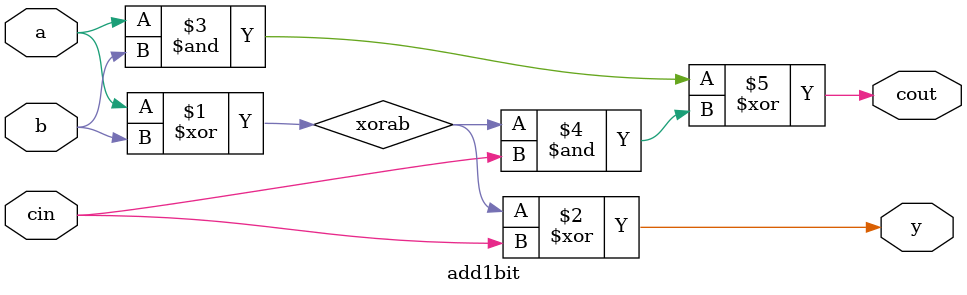
<source format=sv>
module add1bit(
    input logic a, b, cin,
    output logic y, cout
);
    logic xorab;
    assign xorab = (a ^ b); 
    assign y = xorab ^ cin;
    assign cout = (a & b) ^ (xorab & cin);
	 

endmodule
</source>
